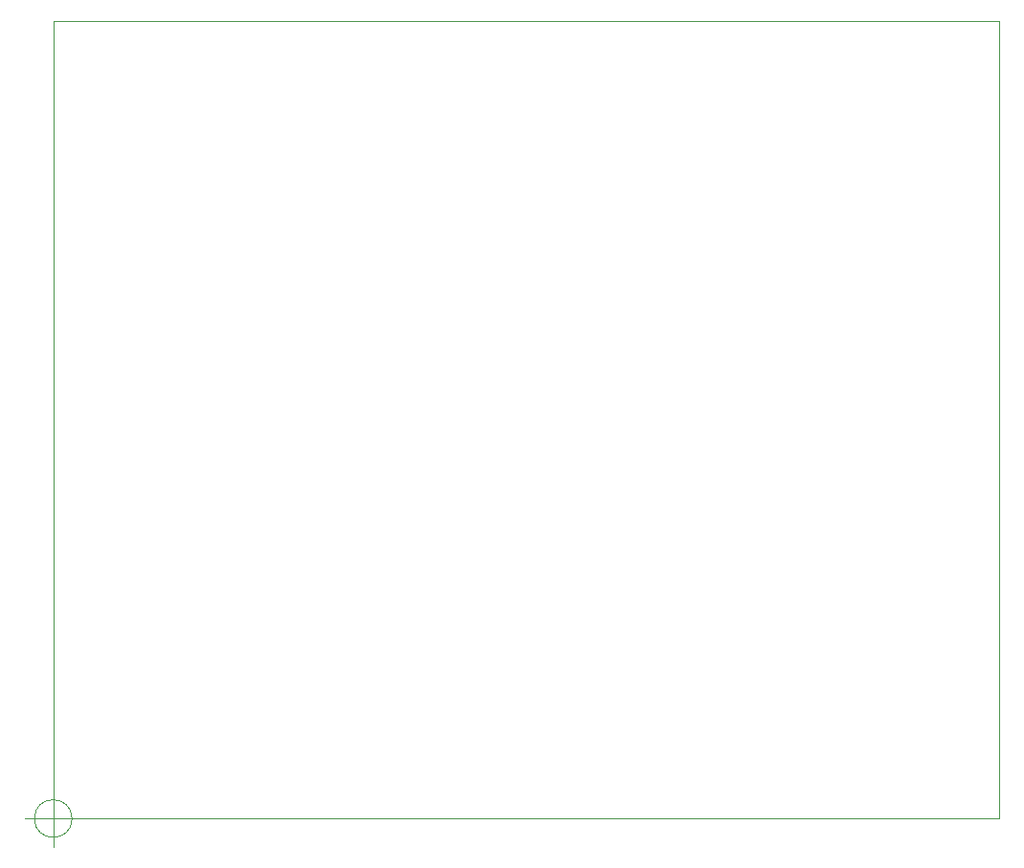
<source format=gbr>
%TF.GenerationSoftware,KiCad,Pcbnew,(6.0.4)*%
%TF.CreationDate,2023-07-18T11:50:36+07:00*%
%TF.ProjectId,05-Prototype-UpdatedComponents,30352d50-726f-4746-9f74-7970652d5570,rev?*%
%TF.SameCoordinates,PX82af528PY8a31af8*%
%TF.FileFunction,Profile,NP*%
%FSLAX46Y46*%
G04 Gerber Fmt 4.6, Leading zero omitted, Abs format (unit mm)*
G04 Created by KiCad (PCBNEW (6.0.4)) date 2023-07-18 11:50:36*
%MOMM*%
%LPD*%
G01*
G04 APERTURE LIST*
%TA.AperFunction,Profile*%
%ADD10C,0.100000*%
%TD*%
G04 APERTURE END LIST*
D10*
X1666666Y0D02*
G75*
G03*
X1666666Y0I-1666666J0D01*
G01*
X-2500000Y0D02*
X2500000Y0D01*
X0Y2500000D02*
X0Y-2500000D01*
X0Y0D02*
X83693000Y0D01*
X83693000Y0D02*
X83693000Y70612000D01*
X83693000Y70612000D02*
X0Y70612000D01*
X0Y70612000D02*
X0Y0D01*
M02*

</source>
